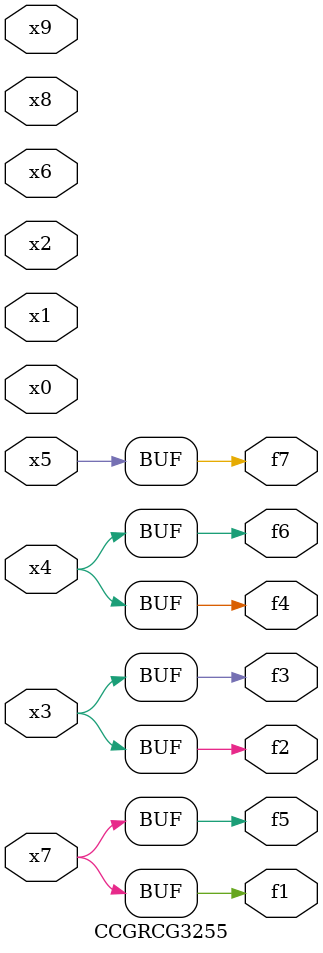
<source format=v>
module CCGRCG3255(
	input x0, x1, x2, x3, x4, x5, x6, x7, x8, x9,
	output f1, f2, f3, f4, f5, f6, f7
);
	assign f1 = x7;
	assign f2 = x3;
	assign f3 = x3;
	assign f4 = x4;
	assign f5 = x7;
	assign f6 = x4;
	assign f7 = x5;
endmodule

</source>
